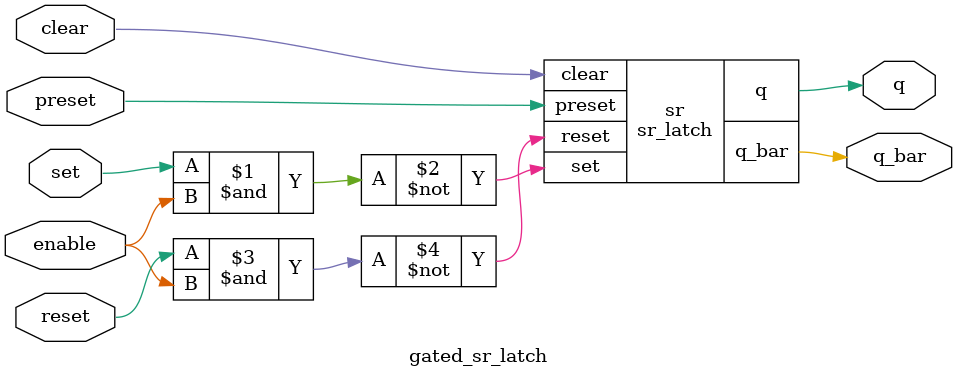
<source format=v>
module sr_latch(input set, reset, preset, clear, output q, q_bar);
  assign q = ~(set & preset & q_bar);
  assign q_bar = ~(reset & clear & q);
endmodule

//enable, set, and reset are active high; preset and clear are active low
module gated_sr_latch(input enable, set, reset, preset, clear, output q, q_bar);
  sr_latch sr(
      .set (~(set & enable)),
      .reset (~(reset & enable)),
      .preset (preset),
      .clear (clear),
      .q (q),
      .q_bar (q_bar)
  );
endmodule

</source>
